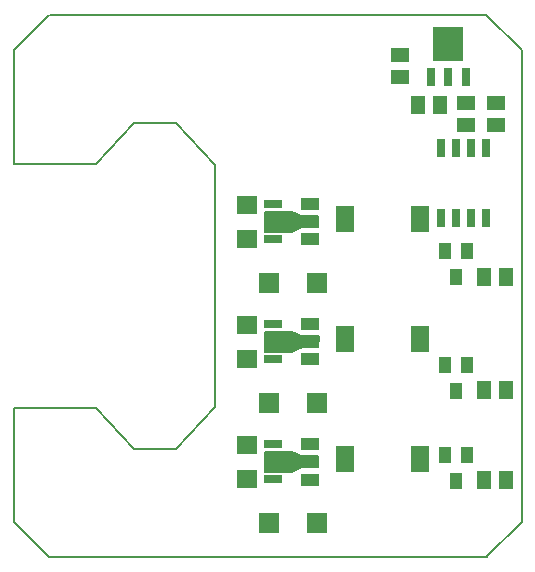
<source format=gtp>
G75*
%MOIN*%
%OFA0B0*%
%FSLAX25Y25*%
%IPPOS*%
%LPD*%
%AMOC8*
5,1,8,0,0,1.08239X$1,22.5*
%
%ADD10R,0.05906X0.03937*%
%ADD11R,0.05906X0.02756*%
%ADD12C,0.00600*%
%ADD13R,0.07087X0.06693*%
%ADD14R,0.07098X0.06299*%
%ADD15R,0.05906X0.08661*%
%ADD16R,0.05906X0.05118*%
%ADD17R,0.05118X0.05906*%
%ADD18R,0.02600X0.06000*%
%ADD19R,0.06299X0.05118*%
%ADD20R,0.03937X0.05512*%
%ADD21C,0.00500*%
%ADD22R,0.03150X0.05906*%
%ADD23R,0.09843X0.11811*%
D10*
X0103886Y0031058D03*
X0103897Y0042877D03*
X0103916Y0071115D03*
X0103927Y0082934D03*
X0103887Y0111101D03*
X0103898Y0122920D03*
D11*
X0091486Y0122916D03*
X0091521Y0111139D03*
X0091514Y0082930D03*
X0091550Y0071153D03*
X0091485Y0042873D03*
X0091520Y0031095D03*
D12*
X0005100Y0016911D02*
X0005100Y0055000D01*
X0032600Y0055000D01*
X0045100Y0041100D01*
X0059100Y0041100D01*
X0072100Y0055100D01*
X0072100Y0136021D01*
X0059100Y0150021D01*
X0045100Y0150021D01*
X0032600Y0136121D01*
X0005100Y0136121D01*
X0005100Y0174250D01*
X0016911Y0186061D01*
X0088786Y0120300D02*
X0097802Y0120300D01*
X0100873Y0118843D01*
X0106700Y0118843D01*
X0106660Y0115143D01*
X0101188Y0115182D01*
X0097881Y0113725D01*
X0088786Y0113725D01*
X0088786Y0120300D01*
X0088786Y0119914D02*
X0098616Y0119914D01*
X0099877Y0119316D02*
X0088786Y0119316D01*
X0088786Y0118717D02*
X0106698Y0118717D01*
X0106692Y0118119D02*
X0088786Y0118119D01*
X0088786Y0117520D02*
X0106686Y0117520D01*
X0106679Y0116922D02*
X0088786Y0116922D01*
X0088786Y0116323D02*
X0106673Y0116323D01*
X0106666Y0115725D02*
X0088786Y0115725D01*
X0088786Y0115126D02*
X0101061Y0115126D01*
X0099702Y0114528D02*
X0088786Y0114528D01*
X0088786Y0113929D02*
X0098343Y0113929D01*
X0097831Y0080314D02*
X0088815Y0080314D01*
X0088815Y0073739D01*
X0097910Y0073739D01*
X0101217Y0075196D01*
X0106689Y0075157D01*
X0106729Y0078857D01*
X0100902Y0078857D01*
X0097831Y0080314D01*
X0098885Y0079814D02*
X0088815Y0079814D01*
X0088815Y0079215D02*
X0100147Y0079215D01*
X0100830Y0075026D02*
X0088815Y0075026D01*
X0088815Y0075624D02*
X0106694Y0075624D01*
X0106701Y0076223D02*
X0088815Y0076223D01*
X0088815Y0076821D02*
X0106707Y0076821D01*
X0106713Y0077420D02*
X0088815Y0077420D01*
X0088815Y0078018D02*
X0106720Y0078018D01*
X0106726Y0078617D02*
X0088815Y0078617D01*
X0088815Y0074427D02*
X0099472Y0074427D01*
X0098113Y0073829D02*
X0088815Y0073829D01*
X0088786Y0040257D02*
X0097801Y0040257D01*
X0100872Y0038800D01*
X0106699Y0038800D01*
X0106660Y0035099D01*
X0101187Y0035139D01*
X0097880Y0033682D01*
X0088786Y0033682D01*
X0088786Y0040257D01*
X0088786Y0039714D02*
X0098946Y0039714D01*
X0100208Y0039115D02*
X0088786Y0039115D01*
X0088786Y0038517D02*
X0106696Y0038517D01*
X0106690Y0037918D02*
X0088786Y0037918D01*
X0088786Y0037320D02*
X0106683Y0037320D01*
X0106677Y0036721D02*
X0088786Y0036721D01*
X0088786Y0036123D02*
X0106670Y0036123D01*
X0106664Y0035524D02*
X0088786Y0035524D01*
X0088786Y0034926D02*
X0100704Y0034926D01*
X0099345Y0034327D02*
X0088786Y0034327D01*
X0088786Y0033729D02*
X0097986Y0033729D01*
X0162580Y0005100D02*
X0174391Y0016911D01*
X0174391Y0174250D01*
X0162580Y0186061D01*
X0005100Y0016911D02*
X0016911Y0005100D01*
D13*
X0090196Y0016755D03*
X0106338Y0016755D03*
X0106334Y0056753D03*
X0090193Y0056753D03*
X0090191Y0096752D03*
X0106333Y0096752D03*
D14*
X0083027Y0082612D03*
X0083027Y0071415D03*
X0082997Y0042545D03*
X0082997Y0031348D03*
X0083002Y0111397D03*
X0083002Y0122594D03*
D15*
X0115402Y0118000D03*
X0140598Y0118000D03*
X0140608Y0078010D03*
X0115412Y0078010D03*
X0115422Y0038020D03*
X0140618Y0038020D03*
D16*
X0156000Y0149260D03*
X0156000Y0156740D03*
X0134000Y0165260D03*
X0134000Y0172740D03*
D17*
X0139760Y0156000D03*
X0147240Y0156000D03*
X0161760Y0098500D03*
X0169240Y0098500D03*
X0169240Y0061000D03*
X0161760Y0061000D03*
X0161760Y0031000D03*
X0169240Y0031000D03*
D18*
X0162500Y0118294D03*
X0157500Y0118294D03*
X0152500Y0118294D03*
X0147500Y0118294D03*
X0147500Y0141706D03*
X0152500Y0141706D03*
X0157500Y0141706D03*
X0162500Y0141706D03*
D19*
X0166000Y0149260D03*
X0166000Y0156740D03*
D20*
X0156240Y0107331D03*
X0148760Y0107331D03*
X0152500Y0098669D03*
X0148760Y0069331D03*
X0156240Y0069331D03*
X0152500Y0060669D03*
X0148760Y0039331D03*
X0156240Y0039331D03*
X0152500Y0030669D03*
D21*
X0162726Y0005100D02*
X0017100Y0005100D01*
X0017100Y0186021D02*
X0162726Y0186021D01*
D22*
X0155906Y0165110D03*
X0150000Y0165110D03*
X0144094Y0165110D03*
D23*
X0150000Y0176134D03*
M02*

</source>
